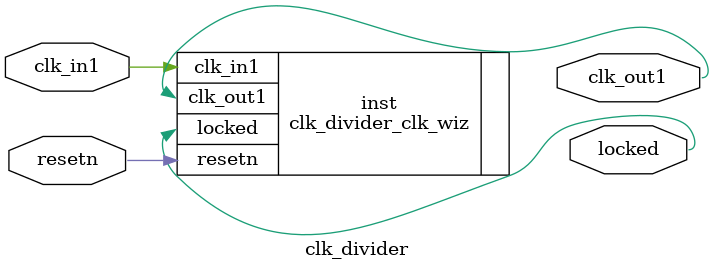
<source format=v>


`timescale 1ps/1ps

(* CORE_GENERATION_INFO = "clk_divider,clk_wiz_v6_0_2_0_0,{component_name=clk_divider,use_phase_alignment=true,use_min_o_jitter=false,use_max_i_jitter=false,use_dyn_phase_shift=false,use_inclk_switchover=false,use_dyn_reconfig=false,enable_axi=0,feedback_source=FDBK_AUTO,PRIMITIVE=MMCM,num_out_clk=1,clkin1_period=10.000,clkin2_period=10.000,use_power_down=false,use_reset=true,use_locked=true,use_inclk_stopped=false,feedback_type=SINGLE,CLOCK_MGR_TYPE=NA,manual_override=false}" *)

module clk_divider 
 (
  // Clock out ports
  output        clk_out1,
  // Status and control signals
  input         resetn,
  output        locked,
 // Clock in ports
  input         clk_in1
 );

  clk_divider_clk_wiz inst
  (
  // Clock out ports  
  .clk_out1(clk_out1),
  // Status and control signals               
  .resetn(resetn), 
  .locked(locked),
 // Clock in ports
  .clk_in1(clk_in1)
  );

endmodule

</source>
